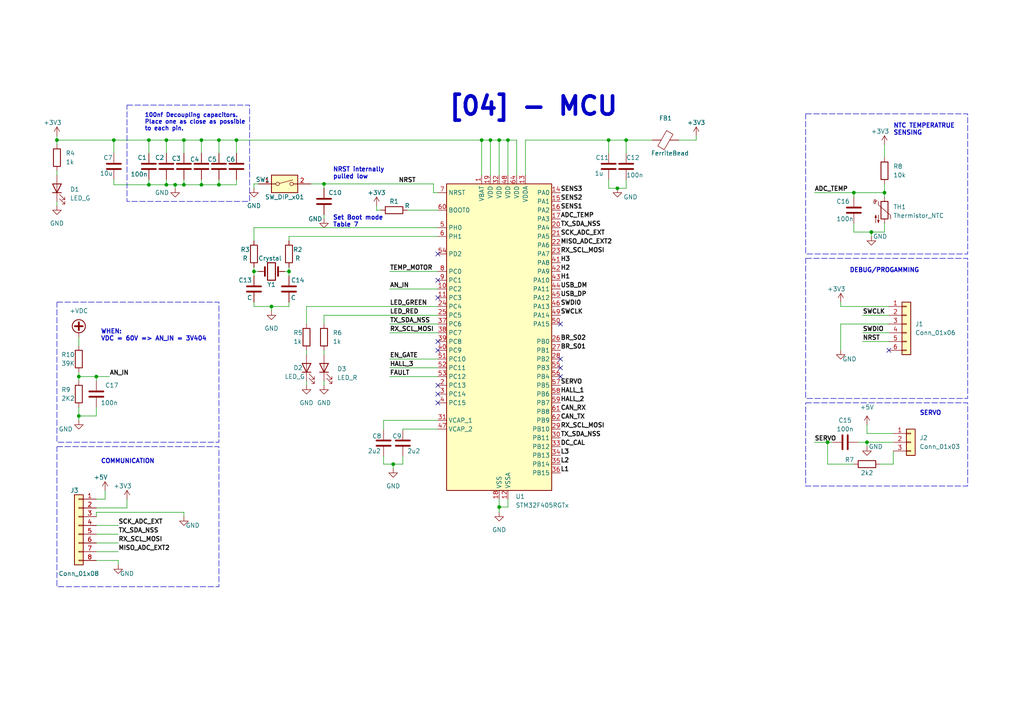
<source format=kicad_sch>
(kicad_sch (version 20230121) (generator eeschema)
  (paper "A4")
  (title_block (title "[04] - MCU") (date "2025-02-05"))
  (lib_symbols
    (symbol "Connector_Generic:Conn_01x03" (pin_names (offset 1.016) hide)
      (property "Reference" "J" (at 0 5.08 0))
      (property "Value" "Conn_01x03" (at 0 -5.08 0))
      (symbol "Conn_01x03_1_1"
        (rectangle (start -1.27 -2.413) (end 0 -2.667) (stroke (width 0.1524)))
        (rectangle (start -1.27 0.127) (end 0 -0.127) (stroke (width 0.1524)))
        (rectangle (start -1.27 2.667) (end 0 2.413) (stroke (width 0.1524)))
        (rectangle (start -1.27 3.81) (end 1.27 -3.81) (stroke (width 0.254)) (fill (type background)))
        (pin passive line (at -5.08 2.54 0) (length 3.81) (name "Pin_1") (number "1"))
        (pin passive line (at -5.08 0 0) (length 3.81) (name "Pin_2") (number "2"))
        (pin passive line (at -5.08 -2.54 0) (length 3.81) (name "Pin_3") (number "3"))
      )
    )
    (symbol "Connector_Generic:Conn_01x06" (pin_names (offset 1.016) hide)
      (property "Reference" "J" (at 0 7.62 0))
      (property "Value" "Conn_01x06" (at 0 -10.16 0))
      (symbol "Conn_01x06_1_1"
        (rectangle (start -1.27 -7.493) (end 0 -7.747) (stroke (width 0.1524)))
        (rectangle (start -1.27 -4.953) (end 0 -5.207) (stroke (width 0.1524)))
        (rectangle (start -1.27 -2.413) (end 0 -2.667) (stroke (width 0.1524)))
        (rectangle (start -1.27 0.127) (end 0 -0.127) (stroke (width 0.1524)))
        (rectangle (start -1.27 2.667) (end 0 2.413) (stroke (width 0.1524)))
        (rectangle (start -1.27 5.207) (end 0 4.953) (stroke (width 0.1524)))
        (rectangle (start -1.27 6.35) (end 1.27 -8.89) (stroke (width 0.254)) (fill (type background)))
        (pin passive line (at -5.08 5.08 0) (length 3.81) (name "Pin_1") (number "1"))
        (pin passive line (at -5.08 2.54 0) (length 3.81) (name "Pin_2") (number "2"))
        (pin passive line (at -5.08 0 0) (length 3.81) (name "Pin_3") (number "3"))
        (pin passive line (at -5.08 -2.54 0) (length 3.81) (name "Pin_4") (number "4"))
        (pin passive line (at -5.08 -5.08 0) (length 3.81) (name "Pin_5") (number "5"))
        (pin passive line (at -5.08 -7.62 0) (length 3.81) (name "Pin_6") (number "6"))
      )
    )
    (symbol "Connector_Generic:Conn_01x08" (pin_names (offset 1.016) hide)
      (property "Reference" "J" (at 0 10.16 0))
      (property "Value" "Conn_01x08" (at 0 -12.7 0))
      (symbol "Conn_01x08_1_1"
        (rectangle (start -1.27 -10.033) (end 0 -10.287) (stroke (width 0.1524)))
        (rectangle (start -1.27 -7.493) (end 0 -7.747) (stroke (width 0.1524)))
        (rectangle (start -1.27 -4.953) (end 0 -5.207) (stroke (width 0.1524)))
        (rectangle (start -1.27 -2.413) (end 0 -2.667) (stroke (width 0.1524)))
        (rectangle (start -1.27 0.127) (end 0 -0.127) (stroke (width 0.1524)))
        (rectangle (start -1.27 2.667) (end 0 2.413) (stroke (width 0.1524)))
        (rectangle (start -1.27 5.207) (end 0 4.953) (stroke (width 0.1524)))
        (rectangle (start -1.27 7.747) (end 0 7.493) (stroke (width 0.1524)))
        (rectangle (start -1.27 8.89) (end 1.27 -11.43) (stroke (width 0.254)) (fill (type background)))
        (pin passive line (at -5.08 7.62 0) (length 3.81) (name "Pin_1") (number "1"))
        (pin passive line (at -5.08 5.08 0) (length 3.81) (name "Pin_2") (number "2"))
        (pin passive line (at -5.08 2.54 0) (length 3.81) (name "Pin_3") (number "3"))
        (pin passive line (at -5.08 0 0) (length 3.81) (name "Pin_4") (number "4"))
        (pin passive line (at -5.08 -2.54 0) (length 3.81) (name "Pin_5") (number "5"))
        (pin passive line (at -5.08 -5.08 0) (length 3.81) (name "Pin_6") (number "6"))
        (pin passive line (at -5.08 -7.62 0) (length 3.81) (name "Pin_7") (number "7"))
        (pin passive line (at -5.08 -10.16 0) (length 3.81) (name "Pin_8") (number "8"))
      )
    )
    (symbol "Device:C" (pin_numbers hide) (pin_names (offset 0.254))
      (property "Reference" "C" (at 0.635 2.54 0))
      (property "Value" "C" (at 0.635 -2.54 0))
      (symbol "C_0_1"
        (polyline (pts (xy -2.032 -0.762) (xy 2.032 -0.762)) (stroke (width 0.508)))
        (polyline (pts (xy -2.032 0.762) (xy 2.032 0.762)) (stroke (width 0.508)))
      )
      (symbol "C_1_1"
        (pin passive line (at 0 3.81 270) (length 2.794) (name "~") (number "1"))
        (pin passive line (at 0 -3.81 90) (length 2.794) (name "~") (number "2"))
      )
    )
    (symbol "Device:Crystal" (pin_numbers hide) (pin_names (offset 1.016) hide)
      (property "Reference" "Y" (at 0 3.81 0))
      (property "Value" "Crystal" (at 0 -3.81 0))
      (symbol "Crystal_0_1"
        (rectangle (start -1.143 2.54) (end 1.143 -2.54) (stroke (width 0.3048)))
        (polyline (pts (xy -2.54 0) (xy -1.905 0)))
        (polyline (pts (xy -1.905 -1.27) (xy -1.905 1.27)) (stroke (width 0.508)))
        (polyline (pts (xy 1.905 -1.27) (xy 1.905 1.27)) (stroke (width 0.508)))
        (polyline (pts (xy 2.54 0) (xy 1.905 0)))
      )
      (symbol "Crystal_1_1"
        (pin passive line (at -3.81 0 0) (length 1.27) (name "1") (number "1"))
        (pin passive line (at 3.81 0 180) (length 1.27) (name "2") (number "2"))
      )
    )
    (symbol "Device:FerriteBead" (pin_numbers hide) (pin_names (offset 0))
      (property "Reference" "FB" (at -3.81 0.635 90))
      (property "Value" "FerriteBead" (at 3.81 0 90))
      (symbol "FerriteBead_0_1"
        (polyline (pts (xy 0 -1.27) (xy 0 -1.2192)))
        (polyline (pts (xy 0 1.27) (xy 0 1.2954)))
        (polyline (pts (xy -2.7686 0.4064) (xy -1.7018 2.2606) (xy 2.7686 -0.3048) (xy 1.6764 -2.159) (xy -2.7686 0.4064)))
      )
      (symbol "FerriteBead_1_1"
        (pin passive line (at 0 3.81 270) (length 2.54) (name "~") (number "1"))
        (pin passive line (at 0 -3.81 90) (length 2.54) (name "~") (number "2"))
      )
    )
    (symbol "Device:LED" (pin_numbers hide) (pin_names (offset 1.016) hide)
      (property "Reference" "D" (at 0 2.54 0))
      (property "Value" "LED" (at 0 -2.54 0))
      (symbol "LED_0_1"
        (polyline (pts (xy -1.27 -1.27) (xy -1.27 1.27)) (stroke (width 0.254)))
        (polyline (pts (xy -1.27 0) (xy 1.27 0)))
        (polyline (pts (xy 1.27 -1.27) (xy 1.27 1.27) (xy -1.27 0) (xy 1.27 -1.27)) (stroke (width 0.254)))
        (polyline (pts (xy -3.048 -0.762) (xy -4.572 -2.286) (xy -3.81 -2.286) (xy -4.572 -2.286) (xy -4.572 -1.524)))
        (polyline (pts (xy -1.778 -0.762) (xy -3.302 -2.286) (xy -2.54 -2.286) (xy -3.302 -2.286) (xy -3.302 -1.524)))
      )
      (symbol "LED_1_1"
        (pin passive line (at -3.81 0 0) (length 2.54) (name "K") (number "1"))
        (pin passive line (at 3.81 0 180) (length 2.54) (name "A") (number "2"))
      )
    )
    (symbol "Device:R" (pin_numbers hide) (pin_names (offset 0))
      (property "Reference" "R" (at 2.032 0 90))
      (property "Value" "R" (at 0 0 90))
      (symbol "R_0_1"
        (rectangle (start -1.016 -2.54) (end 1.016 2.54) (stroke (width 0.254)))
      )
      (symbol "R_1_1"
        (pin passive line (at 0 3.81 270) (length 1.27) (name "~") (number "1"))
        (pin passive line (at 0 -3.81 90) (length 1.27) (name "~") (number "2"))
      )
    )
    (symbol "Device:Thermistor_NTC" (pin_numbers hide) (pin_names (offset 0))
      (property "Reference" "TH" (at -4.445 0 90))
      (property "Value" "Thermistor_NTC" (at 3.175 0 90))
      (symbol "Thermistor_NTC_0_1"
        (arc (start -3.048 2.159) (mid -3.0495 2.3143) (end -3.175 2.413))
        (arc (start -3.048 2.159) (mid -2.9736 1.9794) (end -2.794 1.905))
        (arc (start -3.048 2.794) (mid -2.9736 2.6144) (end -2.794 2.54))
        (arc (start -2.794 1.905) (mid -2.6144 1.9794) (end -2.54 2.159))
        (arc (start -2.794 2.54) (mid -2.4393 2.5587) (end -2.159 2.794))
        (arc (start -2.794 3.048) (mid -2.9736 2.9736) (end -3.048 2.794))
        (arc (start -2.54 2.794) (mid -2.6144 2.9736) (end -2.794 3.048))
        (rectangle (start -1.016 2.54) (end 1.016 -2.54) (stroke (width 0.254)))
        (polyline (pts (xy -2.54 2.159) (xy -2.54 2.794)))
        (polyline (pts (xy -1.778 2.54) (xy -1.778 1.524) (xy 1.778 -1.524) (xy 1.778 -2.54)))
        (polyline (pts (xy -2.54 -3.683) (xy -2.54 -1.397) (xy -2.794 -2.159) (xy -2.286 -2.159) (xy -2.54 -1.397) (xy -2.54 -1.651)) (fill (type outline)))
        (polyline (pts (xy -1.778 -1.397) (xy -1.778 -3.683) (xy -2.032 -2.921) (xy -1.524 -2.921) (xy -1.778 -3.683) (xy -1.778 -3.429)) (fill (type outline)))
      )
      (symbol "Thermistor_NTC_1_1"
        (pin passive line (at 0 3.81 270) (length 1.27) (name "~") (number "1"))
        (pin passive line (at 0 -3.81 90) (length 1.27) (name "~") (number "2"))
      )
    )
    (symbol "MCU_ST_STM32F4:STM32F405RGTx"
      (property "Reference" "U" (at -15.24 46.99 0))
      (property "Value" "STM32F405RGTx" (at 10.16 46.99 0))
      (symbol "STM32F405RGTx_0_1"
        (rectangle (start -15.24 -43.18) (end 15.24 45.72) (stroke (width 0.254)) (fill (type background)))
      )
      (symbol "STM32F405RGTx_1_1"
        (pin power_in line (at -5.08 48.26 270) (length 2.54) (name "VBAT") (number "1"))
        (pin bidirectional line (at -17.78 15.24 0) (length 2.54) (name "PC2") (number "10"))
        (pin bidirectional line (at -17.78 12.7 0) (length 2.54) (name "PC3") (number "11"))
        (pin power_in line (at 2.54 -45.72 90) (length 2.54) (name "VSSA") (number "12"))
        (pin power_in line (at 7.62 48.26 270) (length 2.54) (name "VDDA") (number "13"))
        (pin bidirectional line (at 17.78 43.18 180) (length 2.54) (name "PA0") (number "14"))
        (pin bidirectional line (at 17.78 40.64 180) (length 2.54) (name "PA1") (number "15"))
        (pin bidirectional line (at 17.78 38.1 180) (length 2.54) (name "PA2") (number "16"))
        (pin bidirectional line (at 17.78 35.56 180) (length 2.54) (name "PA3") (number "17"))
        (pin power_in line (at 0 -45.72 90) (length 2.54) (name "VSS") (number "18"))
        (pin power_in line (at -2.54 48.26 270) (length 2.54) (name "VDD") (number "19"))
        (pin bidirectional line (at -17.78 -12.7 0) (length 2.54) (name "PC13") (number "2"))
        (pin bidirectional line (at 17.78 33.02 180) (length 2.54) (name "PA4") (number "20"))
        (pin bidirectional line (at 17.78 30.48 180) (length 2.54) (name "PA5") (number "21"))
        (pin bidirectional line (at 17.78 27.94 180) (length 2.54) (name "PA6") (number "22"))
        (pin bidirectional line (at 17.78 25.4 180) (length 2.54) (name "PA7") (number "23"))
        (pin bidirectional line (at -17.78 10.16 0) (length 2.54) (name "PC4") (number "24"))
        (pin bidirectional line (at -17.78 7.62 0) (length 2.54) (name "PC5") (number "25"))
        (pin bidirectional line (at 17.78 0 180) (length 2.54) (name "PB0") (number "26"))
        (pin bidirectional line (at 17.78 -2.54 180) (length 2.54) (name "PB1") (number "27"))
        (pin bidirectional line (at 17.78 -5.08 180) (length 2.54) (name "PB2") (number "28"))
        (pin bidirectional line (at 17.78 -25.4 180) (length 2.54) (name "PB10") (number "29"))
        (pin bidirectional line (at -17.78 -15.24 0) (length 2.54) (name "PC14") (number "3"))
        (pin bidirectional line (at 17.78 -27.94 180) (length 2.54) (name "PB11") (number "30"))
        (pin power_out line (at -17.78 -22.86 0) (length 2.54) (name "VCAP_1") (number "31"))
        (pin power_in line (at 0 48.26 270) (length 2.54) (name "VDD") (number "32"))
        (pin bidirectional line (at 17.78 -30.48 180) (length 2.54) (name "PB12") (number "33"))
        (pin bidirectional line (at 17.78 -33.02 180) (length 2.54) (name "PB13") (number "34"))
        (pin bidirectional line (at 17.78 -35.56 180) (length 2.54) (name "PB14") (number "35"))
        (pin bidirectional line (at 17.78 -38.1 180) (length 2.54) (name "PB15") (number "36"))
        (pin bidirectional line (at -17.78 5.08 0) (length 2.54) (name "PC6") (number "37"))
        (pin bidirectional line (at -17.78 2.54 0) (length 2.54) (name "PC7") (number "38"))
        (pin bidirectional line (at -17.78 0 0) (length 2.54) (name "PC8") (number "39"))
        (pin bidirectional line (at -17.78 -17.78 0) (length 2.54) (name "PC15") (number "4"))
        (pin bidirectional line (at -17.78 -2.54 0) (length 2.54) (name "PC9") (number "40"))
        (pin bidirectional line (at 17.78 22.86 180) (length 2.54) (name "PA8") (number "41"))
        (pin bidirectional line (at 17.78 20.32 180) (length 2.54) (name "PA9") (number "42"))
        (pin bidirectional line (at 17.78 17.78 180) (length 2.54) (name "PA10") (number "43"))
        (pin bidirectional line (at 17.78 15.24 180) (length 2.54) (name "PA11") (number "44"))
        (pin bidirectional line (at 17.78 12.7 180) (length 2.54) (name "PA12") (number "45"))
        (pin bidirectional line (at 17.78 10.16 180) (length 2.54) (name "PA13") (number "46"))
        (pin power_out line (at -17.78 -25.4 0) (length 2.54) (name "VCAP_2") (number "47"))
        (pin power_in line (at 2.54 48.26 270) (length 2.54) (name "VDD") (number "48"))
        (pin bidirectional line (at 17.78 7.62 180) (length 2.54) (name "PA14") (number "49"))
        (pin bidirectional line (at -17.78 33.02 0) (length 2.54) (name "PH0") (number "5"))
        (pin bidirectional line (at 17.78 5.08 180) (length 2.54) (name "PA15") (number "50"))
        (pin bidirectional line (at -17.78 -5.08 0) (length 2.54) (name "PC10") (number "51"))
        (pin bidirectional line (at -17.78 -7.62 0) (length 2.54) (name "PC11") (number "52"))
        (pin bidirectional line (at -17.78 -10.16 0) (length 2.54) (name "PC12") (number "53"))
        (pin bidirectional line (at -17.78 25.4 0) (length 2.54) (name "PD2") (number "54"))
        (pin bidirectional line (at 17.78 -7.62 180) (length 2.54) (name "PB3") (number "55"))
        (pin bidirectional line (at 17.78 -10.16 180) (length 2.54) (name "PB4") (number "56"))
        (pin bidirectional line (at 17.78 -12.7 180) (length 2.54) (name "PB5") (number "57"))
        (pin bidirectional line (at 17.78 -15.24 180) (length 2.54) (name "PB6") (number "58"))
        (pin bidirectional line (at 17.78 -17.78 180) (length 2.54) (name "PB7") (number "59"))
        (pin bidirectional line (at -17.78 30.48 0) (length 2.54) (name "PH1") (number "6"))
        (pin input line (at -17.78 38.1 0) (length 2.54) (name "BOOT0") (number "60"))
        (pin bidirectional line (at 17.78 -20.32 180) (length 2.54) (name "PB8") (number "61"))
        (pin bidirectional line (at 17.78 -22.86 180) (length 2.54) (name "PB9") (number "62"))
        (pin passive line (at 0 -45.72 90) (length 2.54) hide (name "VSS") (number "63"))
        (pin power_in line (at 5.08 48.26 270) (length 2.54) (name "VDD") (number "64"))
        (pin input line (at -17.78 43.18 0) (length 2.54) (name "NRST") (number "7"))
        (pin bidirectional line (at -17.78 20.32 0) (length 2.54) (name "PC0") (number "8"))
        (pin bidirectional line (at -17.78 17.78 0) (length 2.54) (name "PC1") (number "9"))
      )
    )
    (symbol "Switch:SW_DIP_x01" (pin_names (offset 0) hide)
      (property "Reference" "SW" (at 0 3.81 0))
      (property "Value" "SW_DIP_x01" (at 0 -3.81 0))
      (symbol "SW_DIP_x01_0_0"
        (circle (center -2.032 0) (radius 0.508))
        (polyline (pts (xy -1.524 0.127) (xy 2.3622 1.1684)))
        (circle (center 2.032 0) (radius 0.508))
      )
      (symbol "SW_DIP_x01_0_1"
        (rectangle (start -3.81 2.54) (end 3.81 -2.54) (stroke (width 0.254)) (fill (type background)))
      )
      (symbol "SW_DIP_x01_1_1"
        (pin passive line (at -7.62 0 0) (length 5.08) (name "~") (number "1"))
        (pin passive line (at 7.62 0 180) (length 5.08) (name "~") (number "2"))
      )
    )
    (symbol "power:+3V3" (power) (pin_names (offset 0))
      (property "Value" "+3V3" (at 0 3.556 0))
      (symbol "+3V3_0_1"
        (polyline (pts (xy -0.762 1.27) (xy 0 2.54)))
        (polyline (pts (xy 0 0) (xy 0 2.54)))
        (polyline (pts (xy 0 2.54) (xy 0.762 1.27)))
      )
      (symbol "+3V3_1_1"
        (pin power_in line (at 0 0 90) (length 0) hide (name "+3V3") (number "1"))
      )
    )
    (symbol "power:+5V" (power) (pin_names (offset 0))
      (property "Value" "+5V" (at 0 3.556 0))
      (symbol "+5V_0_1"
        (polyline (pts (xy -0.762 1.27) (xy 0 2.54)))
        (polyline (pts (xy 0 0) (xy 0 2.54)))
        (polyline (pts (xy 0 2.54) (xy 0.762 1.27)))
      )
      (symbol "+5V_1_1"
        (pin power_in line (at 0 0 90) (length 0) hide (name "+5V") (number "1"))
      )
    )
    (symbol "power:+VDC" (power) (pin_names (offset 0))
      (property "Value" "+VDC" (at 0 6.35 0))
      (symbol "+VDC_0_1"
        (polyline (pts (xy -1.143 3.175) (xy 1.143 3.175)) (stroke (width 0.508)))
        (polyline (pts (xy 0 0) (xy 0 1.27)))
        (polyline (pts (xy 0 2.032) (xy 0 4.318)) (stroke (width 0.508)))
        (circle (center 0 3.175) (radius 1.905) (stroke (width 0.254)))
      )
      (symbol "+VDC_1_1"
        (pin power_in line (at 0 0 90) (length 0) hide (name "+VDC") (number "1"))
      )
    )
    (symbol "power:GND" (power) (pin_names (offset 0))
      (property "Value" "GND" (at 0 -3.81 0))
      (symbol "GND_0_1"
        (polyline (pts (xy 0 0) (xy 0 -1.27) (xy 1.27 -1.27) (xy 0 -2.54) (xy -1.27 -1.27) (xy 0 -1.27)))
      )
      (symbol "GND_1_1"
        (pin power_in line (at 0 0 270) (length 0) hide (name "GND") (number "1"))
      )
    )
  )
  (junction (at 48.26 53.594))
  (junction (at 83.82 78.74))
  (junction (at 247.65 55.88))
  (junction (at 181.61 40.64))
  (junction (at 179.07 54.61))
  (junction (at 16.51 40.64))
  (junction (at 256.54 55.88))
  (junction (at 93.98 53.34))
  (junction (at 63.5 53.594))
  (junction (at 53.34 53.594))
  (junction (at 176.53 40.64))
  (junction (at 251.46 128.27))
  (junction (at 139.7 40.64))
  (junction (at 53.34 40.64))
  (junction (at 252.73 67.31))
  (junction (at 22.86 109.22))
  (junction (at 78.74 88.9))
  (junction (at 68.58 40.64))
  (junction (at 142.24 40.64))
  (junction (at 144.78 147.066))
  (junction (at 58.42 53.594))
  (junction (at 147.32 40.64))
  (junction (at 144.78 40.64))
  (junction (at 48.26 40.64))
  (junction (at 22.86 120.65))
  (junction (at 43.18 40.64))
  (junction (at 114.046 134.62))
  (junction (at 73.66 78.74))
  (junction (at 240.03 128.27))
  (junction (at 43.18 53.594))
  (junction (at 27.94 109.22))
  (junction (at 58.42 40.64))
  (junction (at 33.02 40.64))
  (junction (at 50.8 53.594))
  (junction (at 63.5 40.64))
  (no_connect (at 162.56 104.14))
  (no_connect (at 127 81.28))
  (no_connect (at 162.56 93.98))
  (no_connect (at 127 111.76))
  (no_connect (at 127 101.6))
  (no_connect (at 127 99.06))
  (no_connect (at 127 86.36))
  (no_connect (at 162.56 109.22))
  (no_connect (at 162.56 106.68))
  (no_connect (at 127 114.3))
  (no_connect (at 127 73.66))
  (no_connect (at 257.81 101.6))
  (no_connect (at 127 116.84))
  (wire (pts (xy 33.02 53.594) (xy 43.18 53.594)))
  (wire (pts (xy 22.86 120.65) (xy 22.86 121.92)))
  (wire (pts (xy 241.3 128.27) (xy 240.03 128.27)))
  (wire (pts (xy 236.22 55.88) (xy 247.65 55.88)))
  (wire (pts (xy 116.84 132.334) (xy 116.84 134.62)))
  (wire (pts (xy 27.94 118.11) (xy 27.94 120.65)))
  (wire (pts (xy 27.94 160.02) (xy 34.29 160.02)))
  (wire (pts (xy 48.26 44.45) (xy 48.26 40.64)))
  (wire (pts (xy 53.34 40.64) (xy 58.42 40.64)))
  (wire (pts (xy 116.84 124.46) (xy 127 124.46)))
  (wire (pts (xy 27.94 162.56) (xy 34.29 162.56)))
  (wire (pts (xy 113.03 83.82) (xy 127 83.82)))
  (wire (pts (xy 50.8 53.594) (xy 53.34 53.594)))
  (wire (pts (xy 16.51 39.37) (xy 16.51 40.64)))
  (wire (pts (xy 251.46 128.27) (xy 259.08 128.27)))
  (wire (pts (xy 48.26 40.64) (xy 53.34 40.64)))
  (wire (pts (xy 251.46 125.73) (xy 259.08 125.73)))
  (wire (pts (xy 179.07 54.61) (xy 181.61 54.61)))
  (wire (pts (xy 73.66 87.63) (xy 73.66 88.9)))
  (wire (pts (xy 27.94 154.94) (xy 34.29 154.94)))
  (wire (pts (xy 256.54 41.91) (xy 256.54 45.72)))
  (wire (pts (xy 73.66 78.74) (xy 73.66 80.01)))
  (wire (pts (xy 113.03 106.68) (xy 127 106.68)))
  (wire (pts (xy 144.78 144.78) (xy 144.78 147.066)))
  (wire (pts (xy 83.82 88.9) (xy 83.82 87.63)))
  (wire (pts (xy 181.61 40.64) (xy 189.23 40.64)))
  (wire (pts (xy 144.78 40.64) (xy 144.78 50.8)))
  (wire (pts (xy 256.54 57.15) (xy 256.54 55.88)))
  (wire (pts (xy 58.42 40.64) (xy 58.42 44.45)))
  (wire (pts (xy 74.93 78.74) (xy 73.66 78.74)))
  (wire (pts (xy 144.78 40.64) (xy 147.32 40.64)))
  (wire (pts (xy 88.9 101.6) (xy 88.9 102.87)))
  (wire (pts (xy 73.66 66.04) (xy 127 66.04)))
  (wire (pts (xy 243.84 93.98) (xy 243.84 101.6)))
  (wire (pts (xy 127 121.92) (xy 111.252 121.92)))
  (wire (pts (xy 252.73 67.31) (xy 252.73 68.58)))
  (wire (pts (xy 88.9 88.9) (xy 88.9 93.98)))
  (wire (pts (xy 22.86 97.79) (xy 22.86 100.33)))
  (wire (pts (xy 243.84 87.63) (xy 243.84 88.9)))
  (wire (pts (xy 33.02 44.45) (xy 33.02 40.64)))
  (wire (pts (xy 36.83 144.78) (xy 36.83 147.32)))
  (wire (pts (xy 142.24 40.64) (xy 142.24 50.8)))
  (wire (pts (xy 68.58 40.64) (xy 68.58 44.45)))
  (wire (pts (xy 125.73 55.88) (xy 127 55.88)))
  (wire (pts (xy 68.58 40.64) (xy 139.7 40.64)))
  (wire (pts (xy 63.5 53.594) (xy 63.5 52.07)))
  (wire (pts (xy 93.98 91.44) (xy 127 91.44)))
  (wire (pts (xy 58.42 40.64) (xy 63.5 40.64)))
  (wire (pts (xy 16.51 40.64) (xy 16.51 41.91)))
  (wire (pts (xy 144.78 147.066) (xy 144.78 148.59)))
  (wire (pts (xy 16.51 40.64) (xy 33.02 40.64)))
  (wire (pts (xy 73.66 53.34) (xy 74.93 53.34)))
  (wire (pts (xy 250.19 99.06) (xy 257.81 99.06)))
  (wire (pts (xy 27.94 110.49) (xy 27.94 109.22)))
  (wire (pts (xy 176.53 54.61) (xy 179.07 54.61)))
  (wire (pts (xy 93.98 91.44) (xy 93.98 93.98)))
  (wire (pts (xy 250.19 96.52) (xy 257.81 96.52)))
  (wire (pts (xy 93.98 62.23) (xy 93.98 63.5)))
  (wire (pts (xy 111.252 134.62) (xy 111.252 132.334)))
  (wire (pts (xy 48.26 52.07) (xy 48.26 53.594)))
  (wire (pts (xy 73.66 88.9) (xy 78.74 88.9)))
  (wire (pts (xy 257.81 93.98) (xy 243.84 93.98)))
  (wire (pts (xy 181.61 54.61) (xy 181.61 52.07)))
  (wire (pts (xy 149.86 40.64) (xy 149.86 50.8)))
  (wire (pts (xy 63.5 53.594) (xy 68.58 53.594)))
  (wire (pts (xy 43.18 53.594) (xy 48.26 53.594)))
  (wire (pts (xy 125.73 53.34) (xy 125.73 55.88)))
  (wire (pts (xy 139.7 40.64) (xy 142.24 40.64)))
  (wire (pts (xy 83.82 68.58) (xy 127 68.58)))
  (wire (pts (xy 83.82 78.74) (xy 83.82 80.01)))
  (wire (pts (xy 22.86 118.11) (xy 22.86 120.65)))
  (wire (pts (xy 251.46 129.54) (xy 251.46 128.27)))
  (wire (pts (xy 256.54 67.31) (xy 256.54 64.77)))
  (wire (pts (xy 58.42 53.594) (xy 63.5 53.594)))
  (wire (pts (xy 255.27 134.62) (xy 259.08 134.62)))
  (wire (pts (xy 43.18 40.64) (xy 43.18 44.45)))
  (wire (pts (xy 27.94 157.48) (xy 34.29 157.48)))
  (wire (pts (xy 113.03 104.14) (xy 127 104.14)))
  (wire (pts (xy 27.94 144.78) (xy 30.48 144.78)))
  (wire (pts (xy 93.98 53.34) (xy 125.73 53.34)))
  (wire (pts (xy 22.86 120.65) (xy 27.94 120.65)))
  (wire (pts (xy 36.83 147.32) (xy 27.94 147.32)))
  (wire (pts (xy 113.03 96.52) (xy 127 96.52)))
  (wire (pts (xy 58.42 52.07) (xy 58.42 53.594)))
  (wire (pts (xy 53.34 53.594) (xy 58.42 53.594)))
  (wire (pts (xy 147.32 40.64) (xy 149.86 40.64)))
  (wire (pts (xy 16.51 49.53) (xy 16.51 50.8)))
  (wire (pts (xy 82.55 78.74) (xy 83.82 78.74)))
  (wire (pts (xy 240.03 134.62) (xy 247.65 134.62)))
  (wire (pts (xy 63.5 40.64) (xy 63.5 44.45)))
  (wire (pts (xy 78.74 88.9) (xy 78.74 90.17)))
  (wire (pts (xy 53.34 149.86) (xy 53.34 148.59)))
  (wire (pts (xy 27.94 109.22) (xy 31.75 109.22)))
  (wire (pts (xy 88.9 88.9) (xy 127 88.9)))
  (wire (pts (xy 250.19 91.44) (xy 257.81 91.44)))
  (wire (pts (xy 142.24 40.64) (xy 144.78 40.64)))
  (wire (pts (xy 109.22 60.96) (xy 109.22 59.69)))
  (wire (pts (xy 53.34 148.59) (xy 27.94 148.59)))
  (wire (pts (xy 27.94 152.4) (xy 34.29 152.4)))
  (wire (pts (xy 247.65 64.77) (xy 247.65 67.31)))
  (wire (pts (xy 93.98 53.34) (xy 93.98 54.61)))
  (wire (pts (xy 247.65 55.88) (xy 256.54 55.88)))
  (wire (pts (xy 176.53 52.07) (xy 176.53 54.61)))
  (wire (pts (xy 111.252 121.92) (xy 111.252 124.714)))
  (wire (pts (xy 110.49 60.96) (xy 109.22 60.96)))
  (wire (pts (xy 252.73 67.31) (xy 256.54 67.31)))
  (wire (pts (xy 83.82 78.74) (xy 83.82 77.47)))
  (wire (pts (xy 73.66 66.04) (xy 73.66 69.85)))
  (wire (pts (xy 93.98 101.6) (xy 93.98 102.87)))
  (wire (pts (xy 22.86 107.95) (xy 22.86 109.22)))
  (wire (pts (xy 251.46 123.19) (xy 251.46 125.73)))
  (wire (pts (xy 33.02 40.64) (xy 43.18 40.64)))
  (wire (pts (xy 114.046 134.62) (xy 116.84 134.62)))
  (wire (pts (xy 43.18 40.64) (xy 48.26 40.64)))
  (wire (pts (xy 73.66 54.61) (xy 73.66 53.34)))
  (wire (pts (xy 73.66 78.74) (xy 73.66 77.47)))
  (wire (pts (xy 83.82 68.58) (xy 83.82 69.85)))
  (wire (pts (xy 68.58 52.07) (xy 68.58 53.594)))
  (wire (pts (xy 118.11 60.96) (xy 127 60.96)))
  (wire (pts (xy 116.84 124.714) (xy 116.84 124.46)))
  (wire (pts (xy 63.5 40.64) (xy 63.5 40.386)))
  (wire (pts (xy 50.8 53.594) (xy 50.8 54.61)))
  (wire (pts (xy 176.53 40.64) (xy 181.61 40.64)))
  (wire (pts (xy 201.93 40.64) (xy 201.93 39.37)))
  (wire (pts (xy 114.046 135.89) (xy 114.046 134.62)))
  (wire (pts (xy 259.08 134.62) (xy 259.08 130.81)))
  (wire (pts (xy 22.86 109.22) (xy 22.86 110.49)))
  (wire (pts (xy 43.18 52.07) (xy 43.18 53.594)))
  (wire (pts (xy 27.94 148.59) (xy 27.94 149.86)))
  (wire (pts (xy 16.51 58.42) (xy 16.51 59.69)))
  (wire (pts (xy 139.7 40.64) (xy 139.7 50.8)))
  (wire (pts (xy 144.78 147.066) (xy 147.32 147.066)))
  (wire (pts (xy 196.85 40.64) (xy 201.93 40.64)))
  (wire (pts (xy 243.84 88.9) (xy 257.81 88.9)))
  (wire (pts (xy 33.02 52.07) (xy 33.02 53.594)))
  (wire (pts (xy 48.26 53.594) (xy 50.8 53.594)))
  (wire (pts (xy 247.65 67.31) (xy 252.73 67.31)))
  (wire (pts (xy 78.74 88.9) (xy 83.82 88.9)))
  (wire (pts (xy 236.22 128.27) (xy 240.03 128.27)))
  (wire (pts (xy 111.252 134.62) (xy 114.046 134.62)))
  (wire (pts (xy 256.54 53.34) (xy 256.54 55.88)))
  (wire (pts (xy 93.98 110.49) (xy 93.98 111.76)))
  (wire (pts (xy 90.17 53.34) (xy 93.98 53.34)))
  (wire (pts (xy 248.92 128.27) (xy 251.46 128.27)))
  (wire (pts (xy 152.4 40.64) (xy 152.4 50.8)))
  (wire (pts (xy 113.03 109.22) (xy 127 109.22)))
  (wire (pts (xy 152.4 40.64) (xy 176.53 40.64)))
  (wire (pts (xy 147.32 144.78) (xy 147.32 147.066)))
  (wire (pts (xy 247.65 57.15) (xy 247.65 55.88)))
  (wire (pts (xy 53.34 52.07) (xy 53.34 53.594)))
  (wire (pts (xy 176.53 44.45) (xy 176.53 40.64)))
  (wire (pts (xy 34.29 162.56) (xy 34.29 163.83)))
  (wire (pts (xy 22.86 109.22) (xy 27.94 109.22)))
  (wire (pts (xy 88.9 110.49) (xy 88.9 111.76)))
  (wire (pts (xy 113.03 78.74) (xy 127 78.74)))
  (wire (pts (xy 53.34 40.64) (xy 53.34 44.45)))
  (wire (pts (xy 113.03 93.98) (xy 127 93.98)))
  (wire (pts (xy 147.32 40.64) (xy 147.32 50.8)))
  (wire (pts (xy 63.5 40.64) (xy 68.58 40.64)))
  (wire (pts (xy 181.61 40.64) (xy 181.61 44.45)))
  (wire (pts (xy 30.48 144.78) (xy 30.48 142.24)))
  (wire (pts (xy 240.03 128.27) (xy 240.03 134.62)))
  (rectangle (start 16.51 87.63) (end 63.5 128.27) (stroke (width 0) (type dash)))
  (rectangle (start 233.68 74.93) (end 280.67 115.57) (stroke (width 0) (type dash)))
  (rectangle (start 36.83 30.48) (end 72.39 58.42) (stroke (width 0) (type dash)))
  (rectangle (start 233.68 33.02) (end 280.67 73.66) (stroke (width 0) (type dash)))
  (rectangle (start 233.68 116.84) (end 280.67 140.97) (stroke (width 0) (type dash)))
  (rectangle (start 16.51 129.54) (end 63.5 170.18) (stroke (width 0) (type dash)))
  (text "WHEN:\nVDC = 60V => AN_IN = 3V404" (at 29.21 99.06 0) (effects (font (size 1.27 1.27) bold) (justify left bottom)))
  (text "NTC TEMPERATRUE \nSENSING\n" (at 259.08 39.37 0) (effects (font (size 1.27 1.27) bold) (justify left bottom)))
  (text "SERVO\n" (at 266.7 120.65 0) (effects (font (size 1.27 1.27) bold) (justify left bottom)))
  (text "COMMUNICATION" (at 29.21 134.62 0) (effects (font (size 1.27 1.27) bold) (justify left bottom)))
  (text "${TITLE}" (at 129.794 34.036 0) (effects (font (size 5.27 5.27) (thickness 1.054) bold) (justify left bottom)))
  (text "Set Boot mode \nTable 7" (at 96.52 66.04 0) (effects (font (size 1.27 1.27) bold) (justify left bottom)))
  (text "NRST internally \npulled low" (at 96.52 52.07 0) (effects (font (size 1.27 1.27) bold) (justify left bottom)))
  (text "DEBUG/PROGAMMING\n\n" (at 246.38 81.28 0) (effects (font (size 1.27 1.27) bold) (justify left bottom)))
  (text "100nf Decoupling capacitors.\nPlace one as close as possible \nto each pin.\n" (at 41.91 38.1 0) (effects (font (size 1.2 1.2) bold) (justify left bottom)))
  (label "SWDIO" (at 250.19 96.52 0) (effects (font bold)))
  (label "DC_CAL" (at 162.56 129.54 0) (effects (font bold)))
  (label "BR_S02" (at 162.56 99.06 0) (effects (font bold)))
  (label "H3" (at 162.56 76.2 0) (effects (font bold)))
  (label "SENS3" (at 162.56 55.88 0) (effects (font bold)))
  (label "MISO_ADC_EXT2" (at 34.29 160.02 0) (effects (font bold)))
  (label "AN_IN" (at 113.03 83.82 0) (effects (font bold)))
  (label "USB_DP" (at 162.56 86.36 0) (effects (font bold)))
  (label "TX_SDA_NSS" (at 162.56 66.04 0) (effects (font bold)))
  (label "LED_RED" (at 113.03 91.44 0) (effects (font bold)))
  (label "BR_S01" (at 162.56 101.6 0) (effects (font bold)))
  (label "SENS1" (at 162.56 60.96 0) (effects (font bold)))
  (label "L1" (at 162.56 137.16 0) (effects (font bold)))
  (label "NRST" (at 250.19 99.06 0) (effects (font bold)))
  (label "SWCLK" (at 250.19 91.44 0) (effects (font bold)))
  (label "TX_SDA_NSS" (at 34.29 154.94 0) (effects (font bold)))
  (label "H1" (at 162.56 81.28 0) (effects (font bold)))
  (label "RX_SCL_MOSI" (at 113.03 96.52 0) (effects (font bold)))
  (label "SWDI0" (at 162.56 88.9 0) (effects (font bold)))
  (label "MISO_ADC_EXT2" (at 162.56 71.12 0) (effects (font bold)))
  (label "FAULT" (at 113.03 109.22 0) (effects (font bold)))
  (label "L2" (at 162.56 134.62 0) (effects (font bold)))
  (label "LED_GREEN" (at 113.03 88.9 0) (effects (font bold)))
  (label "HALL_2" (at 162.56 116.84 0) (effects (font bold)))
  (label "SCK_ADC_EXT" (at 162.56 68.58 0) (effects (font bold)))
  (label "CAN_RX" (at 162.56 119.38 0) (effects (font bold)))
  (label "SERVO" (at 162.56 111.76 0) (effects (font bold)))
  (label "H2" (at 162.56 78.74 0) (effects (font bold)))
  (label "HALL_3" (at 113.03 106.68 0) (effects (font bold)))
  (label "AN_IN" (at 31.75 109.22 0) (effects (font bold)))
  (label "L3" (at 162.56 132.08 0) (effects (font bold)))
  (label "ADC_TEMP" (at 162.56 63.5 0) (effects (font bold)))
  (label "CAN_TX" (at 162.56 121.92 0) (effects (font bold)))
  (label "SWCLK" (at 162.56 91.44 0) (effects (font bold)))
  (label "EN_GATE" (at 113.03 104.14 0) (effects (font bold)))
  (label "HALL_1" (at 162.56 114.3 0) (effects (font bold)))
  (label "USB_DM" (at 162.56 83.82 0) (effects (font bold)))
  (label "SENS2" (at 162.56 58.42 0) (effects (font bold)))
  (label "TEMP_MOTOR" (at 113.03 78.74 0) (effects (font bold)))
  (label "RX_SCL_MOSI" (at 34.29 157.48 0) (effects (font bold)))
  (label "RX_SCL_MOSI" (at 162.56 124.46 0) (effects (font bold)))
  (label "SERVO" (at 236.22 128.27 0) (effects (font bold)))
  (label "TX_SDA_NSS" (at 162.56 127 0) (effects (font bold)))
  (label "TX_SDA_NSS" (at 113.03 93.98 0) (effects (font bold)))
  (label "ADC_TEMP" (at 236.22 55.88 0) (effects (font bold)))
  (label "RX_SCL_MOSI" (at 162.56 73.66 0) (effects (font bold)))
  (label "NRST" (at 115.57 53.34 0) (effects (font bold)))
  (label "SCK_ADC_EXT" (at 34.29 152.4 0) (effects (font bold)))
  (symbol (lib_id "Device:C") (at 93.98 58.42 0) (unit 1)
    (property "Reference" "C10" (at 95.25 55.88 0) (effects (justify left)))
    (property "Value" "C" (effects hide))
  )
  (symbol (lib_id "Device:R") (at 93.98 97.79 0) (unit 1)
    (property "Reference" "R6" (at 96.52 96.52 0) (effects (justify left)))
    (property "Value" "1k" (at 96.52 99.06 0) (effects (justify left)))
  )
  (symbol (lib_id "power:GND") (at 53.34 149.86 0) (unit 1)
    (property "Reference" "#PWR023" (effects hide))
    (property "Value" "GND" (at 55.88 152.4 0))
  )
  (symbol (lib_id "Device:C") (at 43.18 48.26 0) (unit 1)
    (property "Reference" "C1" (at 39.878 45.72 0) (effects (justify left)))
    (property "Value" "100n" (at 37.846 50.546 0) (effects (justify left)))
  )
  (symbol (lib_id "power:GND") (at 179.07 54.61 0) (unit 1)
    (property "Reference" "#PWR08" (effects hide))
    (property "Value" "GND" (at 182.88 57.15 0))
  )
  (symbol (lib_id "Device:C") (at 116.84 128.524 0) (unit 1)
    (property "Reference" "C9" (at 113.792 126.492 0) (effects (justify left)))
    (property "Value" "2u2" (at 118.11 130.81 0) (effects (justify left)))
  )
  (symbol (lib_id "Device:R") (at 22.86 104.14 0) (unit 1)
    (property "Reference" "R10" (at 17.78 102.87 0) (effects (justify left)))
    (property "Value" "39K" (at 17.78 105.41 0) (effects (justify left)))
  )
  (symbol (lib_id "Connector_Generic:Conn_01x06") (at 262.89 93.98 0) (unit 1)
    (property "Reference" "J1" (at 265.43 93.98 0) (effects (justify left)))
    (property "Value" "Conn_01x06" (at 265.43 96.52 0) (effects (justify left)))
  )
  (symbol (lib_id "Device:C") (at 111.252 128.524 0) (unit 1)
    (property "Reference" "C8" (at 107.95 126.492 0) (effects (justify left)))
    (property "Value" "2u2" (at 106.68 130.81 0) (effects (justify left)))
  )
  (symbol (lib_id "Device:C") (at 33.02 48.26 0) (unit 1)
    (property "Reference" "C7" (at 29.972 45.72 0) (effects (justify left)))
    (property "Value" "10u" (at 28.956 50.292 0) (effects (justify left)))
  )
  (symbol (lib_id "Device:C") (at 176.53 48.26 0) (unit 1)
    (property "Reference" "C11" (at 172.72 45.72 0) (effects (justify left)))
    (property "Value" "1u" (at 172.466 50.292 0) (effects (justify left)))
  )
  (symbol (lib_id "Device:R") (at 22.86 114.3 0) (unit 1)
    (property "Reference" "R9" (at 17.78 113.03 0) (effects (justify left)))
    (property "Value" "2K2" (at 17.78 115.57 0) (effects (justify left)))
  )
  (symbol (lib_id "power:+5V") (at 30.48 142.24 0) (unit 1)
    (property "Reference" "#PWR020" (effects hide))
    (property "Value" "+5V" (at 29.21 138.43 0))
  )
  (symbol (lib_id "Device:R") (at 114.3 60.96 90) (unit 1)
    (property "Reference" "R1" (at 114.3 58.42 90))
    (property "Value" "R" (at 118.11 59.69 90))
  )
  (symbol (lib_id "Device:R") (at 251.46 134.62 90) (unit 1)
    (property "Reference" "R7" (at 246.38 133.35 90))
    (property "Value" "2k2" (at 251.46 137.16 90))
  )
  (symbol (lib_id "MCU_ST_STM32F4:STM32F405RGTx") (at 144.78 99.06 0) (unit 1)
    (property "Reference" "U1" (at 149.5141 144.018 0) (effects (justify left)))
    (property "Value" "STM32F405RGTx" (at 149.5141 146.558 0) (effects (justify left)))
    (property "Footprint" "Package_QFP:LQFP-64_10x10mm_P0.5mm" (effects hide))
    (property "Datasheet" "https://www.st.com/resource/en/datasheet/stm32f405rg.pdf" (effects hide))
  )
  (symbol (lib_id "Device:C") (at 83.82 83.82 180) (unit 1)
    (property "Reference" "C14" (at 86.36 81.28 0))
    (property "Value" "C" (at 85.09 86.36 0))
  )
  (symbol (lib_id "power:GND") (at 73.66 54.61 0) (unit 1)
    (property "Reference" "#PWR06" (effects hide))
    (property "Value" "GND" (at 73.66 59.69 0))
  )
  (symbol (lib_id "Device:C") (at 27.94 114.3 0) (unit 1)
    (property "Reference" "C17" (at 30.48 111.76 0) (effects (justify left)))
    (property "Value" "100n" (at 29.21 116.84 0) (effects (justify left)))
  )
  (symbol (lib_id "Connector_Generic:Conn_01x03") (at 264.16 128.27 0) (unit 1)
    (property "Reference" "J2" (at 266.7 127 0) (effects (justify left)))
    (property "Value" "Conn_01x03" (at 266.7 129.54 0) (effects (justify left)))
  )
  (symbol (lib_id "power:+3V3") (at 36.83 144.78 0) (unit 1)
    (property "Reference" "#PWR021" (effects hide))
    (property "Value" "+3V3" (at 35.56 140.97 0))
  )
  (symbol (lib_id "power:GND") (at 34.29 163.83 0) (unit 1)
    (property "Reference" "#PWR022" (effects hide))
    (property "Value" "GND" (at 36.83 166.37 0))
  )
  (symbol (lib_id "Device:C") (at 247.65 60.96 0) (unit 1)
    (property "Reference" "C16" (at 242.57 58.42 0) (effects (justify left)))
    (property "Value" "100n" (at 242.57 63.5 0) (effects (justify left)))
  )
  (symbol (lib_id "Device:LED") (at 16.51 54.61 90) (unit 1)
    (property "Reference" "D1" (at 20.32 54.9275 90) (effects (justify right)))
    (property "Value" "LED_G" (at 20.32 57.4675 90) (effects (justify right)))
  )
  (symbol (lib_id "power:GND") (at 16.51 59.69 0) (unit 1)
    (property "Reference" "#PWR013" (effects hide))
    (property "Value" "GND" (at 16.51 64.77 0))
  )
  (symbol (lib_id "Device:C") (at 245.11 128.27 90) (unit 1)
    (property "Reference" "C15" (at 245.11 121.92 90))
    (property "Value" "100n" (at 245.11 124.46 90))
  )
  (symbol (lib_id "Device:C") (at 63.5 48.26 0) (unit 1)
    (property "Reference" "C5" (at 60.198 46.228 0) (effects (justify left)))
    (property "Value" "100n" (effects hide))
  )
  (symbol (lib_id "power:GND") (at 251.46 129.54 0) (unit 1)
    (property "Reference" "#PWR017" (effects hide))
    (property "Value" "GND" (at 254 129.54 0))
  )
  (symbol (lib_id "power:GND") (at 93.98 63.5 0) (unit 1)
    (property "Reference" "#PWR05" (effects hide))
    (property "Value" "GND" (at 91.44 63.5 0))
  )
  (symbol (lib_id "Device:R") (at 83.82 73.66 180) (unit 1)
    (property "Reference" "R2" (at 86.36 72.39 0))
    (property "Value" "R" (at 86.36 74.93 0))
  )
  (symbol (lib_id "power:GND") (at 78.74 90.17 0) (unit 1)
    (property "Reference" "#PWR010" (effects hide))
    (property "Value" "GND" (at 78.74 95.25 0))
  )
  (symbol (lib_id "Device:Crystal") (at 78.74 78.74 180) (unit 1)
    (property "Reference" "Y1" (at 77.47 82.55 0) (effects (justify right)))
    (property "Value" "Crystal" (at 74.93 74.93 0) (effects (justify right)))
  )
  (symbol (lib_id "power:+5V") (at 251.46 123.19 0) (unit 1)
    (property "Reference" "#PWR016" (effects hide))
    (property "Value" "+5V" (at 251.46 118.11 0))
  )
  (symbol (lib_id "Device:C") (at 53.34 48.26 0) (unit 1)
    (property "Reference" "C3" (at 49.784 45.974 0) (effects (justify left)))
    (property "Value" "100n" (effects hide))
  )
  (symbol (lib_id "power:+3V3") (at 243.84 87.63 0) (unit 1)
    (property "Reference" "#PWR012" (effects hide))
    (property "Value" "+3V3" (at 242.57 83.82 0))
  )
  (symbol (lib_id "power:GND") (at 114.046 135.89 0) (unit 1)
    (property "Reference" "#PWR04" (effects hide))
    (property "Value" "GND" (at 114.046 140.97 0))
  )
  (symbol (lib_id "Device:Thermistor_NTC") (at 256.54 60.96 0) (unit 1)
    (property "Reference" "TH1" (at 259.08 60.0075 0) (effects (justify left)))
    (property "Value" "Thermistor_NTC" (at 259.08 62.5475 0) (effects (justify left)))
  )
  (symbol (lib_id "Device:LED") (at 93.98 106.68 90) (unit 1)
    (property "Reference" "D3" (at 97.79 106.9975 90) (effects (justify right)))
    (property "Value" "LED_R" (at 97.79 109.5375 90) (effects (justify right)))
  )
  (symbol (lib_id "Switch:SW_DIP_x01") (at 82.55 53.34 0) (unit 1)
    (property "Reference" "SW1" (at 76.2 52.07 0))
    (property "Value" "SW_DIP_x01" (at 82.55 57.15 0))
  )
  (symbol (lib_id "power:GND") (at 252.73 68.58 0) (unit 1)
    (property "Reference" "#PWR018" (effects hide))
    (property "Value" "GND" (at 255.27 68.58 0))
  )
  (symbol (lib_id "power:+VDC") (at 22.86 97.79 0) (unit 1)
    (property "Reference" "#PWR025" (effects hide))
    (property "Value" "+VDC" (at 22.86 90.17 0))
  )
  (symbol (lib_id "Device:R") (at 73.66 73.66 180) (unit 1)
    (property "Reference" "R3" (at 71.12 72.39 0))
    (property "Value" "R" (at 71.12 74.93 0))
  )
  (symbol (lib_id "Device:LED") (at 88.9 106.68 90) (unit 1)
    (property "Reference" "D2" (at 85.09 106.68 90) (effects (justify right)))
    (property "Value" "LED_G" (at 82.55 109.22 90) (effects (justify right)))
  )
  (symbol (lib_id "power:+3V3") (at 109.22 59.69 0) (unit 1)
    (property "Reference" "#PWR07" (effects hide))
    (property "Value" "+3V3" (at 109.22 55.88 0))
  )
  (symbol (lib_id "Device:C") (at 48.26 48.26 0) (unit 1)
    (property "Reference" "C2" (at 44.958 45.72 0) (effects (justify left)))
    (property "Value" "100n" (effects hide))
  )
  (symbol (lib_id "Device:R") (at 256.54 49.53 0) (unit 1)
    (property "Reference" "R8" (at 259.08 48.26 0) (effects (justify left)))
    (property "Value" "10k" (at 259.08 50.8 0) (effects (justify left)))
  )
  (symbol (lib_id "Device:FerriteBead") (at 193.04 40.64 90) (unit 1)
    (property "Reference" "FB1" (at 193.04 34.29 90))
    (property "Value" "FerriteBead" (at 194.31 44.45 90))
  )
  (symbol (lib_id "power:GND") (at 88.9 111.76 0) (unit 1)
    (property "Reference" "#PWR014" (effects hide))
    (property "Value" "GND" (at 88.9 116.84 0))
  )
  (symbol (lib_id "Device:C") (at 68.58 48.26 0) (unit 1)
    (property "Reference" "C6" (at 65.532 46.228 0) (effects (justify left)))
    (property "Value" "100n" (effects hide))
  )
  (symbol (lib_id "power:GND") (at 243.84 101.6 0) (unit 1)
    (property "Reference" "#PWR011" (effects hide))
    (property "Value" "GND" (at 246.38 104.14 0))
  )
  (symbol (lib_id "Device:R") (at 16.51 45.72 0) (unit 1)
    (property "Reference" "R4" (at 19.05 44.45 0) (effects (justify left)))
    (property "Value" "1k" (at 19.05 46.99 0) (effects (justify left)))
  )
  (symbol (lib_id "power:+3V3") (at 256.54 41.91 0) (unit 1)
    (property "Reference" "#PWR019" (effects hide))
    (property "Value" "+3V3" (at 255.27 38.1 0))
  )
  (symbol (lib_id "Connector_Generic:Conn_01x08") (at 22.86 152.4 0) (mirror y) (unit 1)
    (property "Reference" "J3" (at 21.59 142.24 0))
    (property "Value" "Conn_01x08" (at 22.86 166.37 0))
  )
  (symbol (lib_id "power:GND") (at 22.86 121.92 0) (unit 1)
    (property "Reference" "#PWR024" (effects hide))
    (property "Value" "GND" (at 19.05 124.46 0))
  )
  (symbol (lib_id "power:GND") (at 50.8 54.61 0) (unit 1)
    (property "Reference" "#PWR02" (effects hide))
    (property "Value" "GND" (at 46.99 55.88 0))
  )
  (symbol (lib_id "Device:C") (at 73.66 83.82 180) (unit 1)
    (property "Reference" "C13" (at 71.12 81.28 0))
    (property "Value" "C" (at 72.39 86.36 0))
  )
  (symbol (lib_id "power:GND") (at 93.98 111.76 0) (unit 1)
    (property "Reference" "#PWR015" (effects hide))
    (property "Value" "GND" (at 93.98 116.84 0))
  )
  (symbol (lib_id "power:GND") (at 144.78 148.59 0) (unit 1)
    (property "Reference" "#PWR03" (effects hide))
    (property "Value" "GND" (at 144.78 153.67 0))
  )
  (symbol (lib_id "Device:R") (at 88.9 97.79 0) (unit 1)
    (property "Reference" "R5" (at 85.09 96.52 0) (effects (justify left)))
    (property "Value" "1k" (at 85.09 99.06 0) (effects (justify left)))
  )
  (symbol (lib_id "power:+3V3") (at 16.51 39.37 0) (unit 1)
    (property "Reference" "#PWR01" (effects hide))
    (property "Value" "+3V3" (at 15.24 35.56 0))
  )
  (symbol (lib_id "Device:C") (at 58.42 48.26 0) (unit 1)
    (property "Reference" "C4" (at 55.118 46.228 0) (effects (justify left)))
    (property "Value" "100n" (effects hide))
  )
  (symbol (lib_id "power:+3V3") (at 201.93 39.37 0) (unit 1)
    (property "Reference" "#PWR09" (effects hide))
    (property "Value" "+3V3" (at 201.93 35.56 0))
  )
  (symbol (lib_id "Device:C") (at 181.61 48.26 0) (unit 1)
    (property "Reference" "C12" (at 181.61 45.72 0) (effects (justify left)))
    (property "Value" "100n" (at 181.61 50.8 0) (effects (justify left)))
  )
)
</source>
